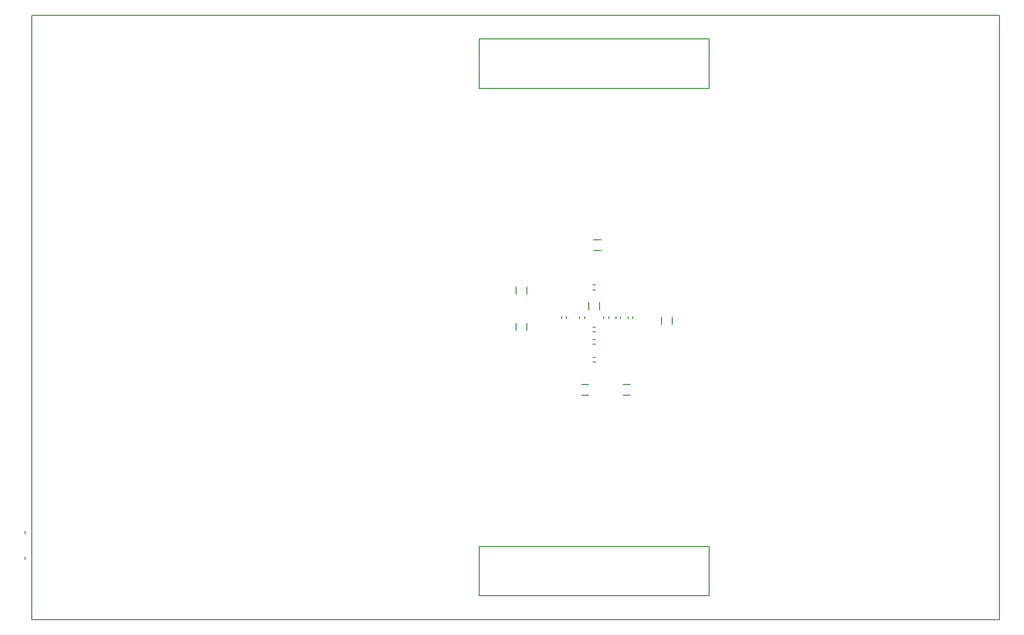
<source format=gbo>
G04*
G04 #@! TF.GenerationSoftware,Altium Limited,Altium Designer,19.0.10 (269)*
G04*
G04 Layer_Color=32896*
%FSLAX44Y44*%
%MOMM*%
G71*
G01*
G75*
%ADD10C,0.1500*%
D10*
X819000Y479000D02*
Y491000D01*
X801000Y479000D02*
Y491000D01*
X740000Y879000D02*
X1120000D01*
X740000Y961000D02*
X1120000D01*
X740000Y879000D02*
Y961000D01*
X1120000Y879000D02*
Y961000D01*
X740000Y39000D02*
X1120000D01*
X740000Y121000D02*
X1120000D01*
X740000Y39000D02*
Y121000D01*
X1120000Y39000D02*
Y121000D01*
X966000Y498000D02*
Y502000D01*
X974000Y498000D02*
Y502000D01*
X928000Y456000D02*
X932000D01*
X928000Y464000D02*
X932000D01*
X946000Y498000D02*
Y502000D01*
X954000Y498000D02*
Y502000D01*
X884000Y498000D02*
Y502000D01*
X876000Y498000D02*
Y502000D01*
X928000Y426000D02*
X932000D01*
X928000Y434000D02*
X932000D01*
X928000Y546000D02*
X932000D01*
X928000Y554000D02*
X932000D01*
X986000Y498000D02*
Y502000D01*
X994000Y498000D02*
Y502000D01*
X914000Y498000D02*
Y502000D01*
X906000Y498000D02*
Y502000D01*
X928000Y476000D02*
X932000D01*
X928000Y484000D02*
X932000D01*
X909000Y389000D02*
X921000D01*
X909000Y371000D02*
X921000D01*
X819000Y539000D02*
Y551000D01*
X801000Y539000D02*
Y551000D01*
X1041000Y489000D02*
Y501000D01*
X1059000Y489000D02*
Y501000D01*
X929000Y611000D02*
X941000D01*
X929000Y629000D02*
X941000D01*
X978000Y371000D02*
X990000D01*
X978000Y389000D02*
X990000D01*
X939000Y513000D02*
Y525000D01*
X921000Y513000D02*
Y525000D01*
X0Y0D02*
X1600000D01*
Y1000000D01*
X0D02*
X1600000D01*
X0Y0D02*
Y1000000D01*
X-11500Y99900D02*
Y103900D01*
Y141900D02*
Y145900D01*
M02*

</source>
